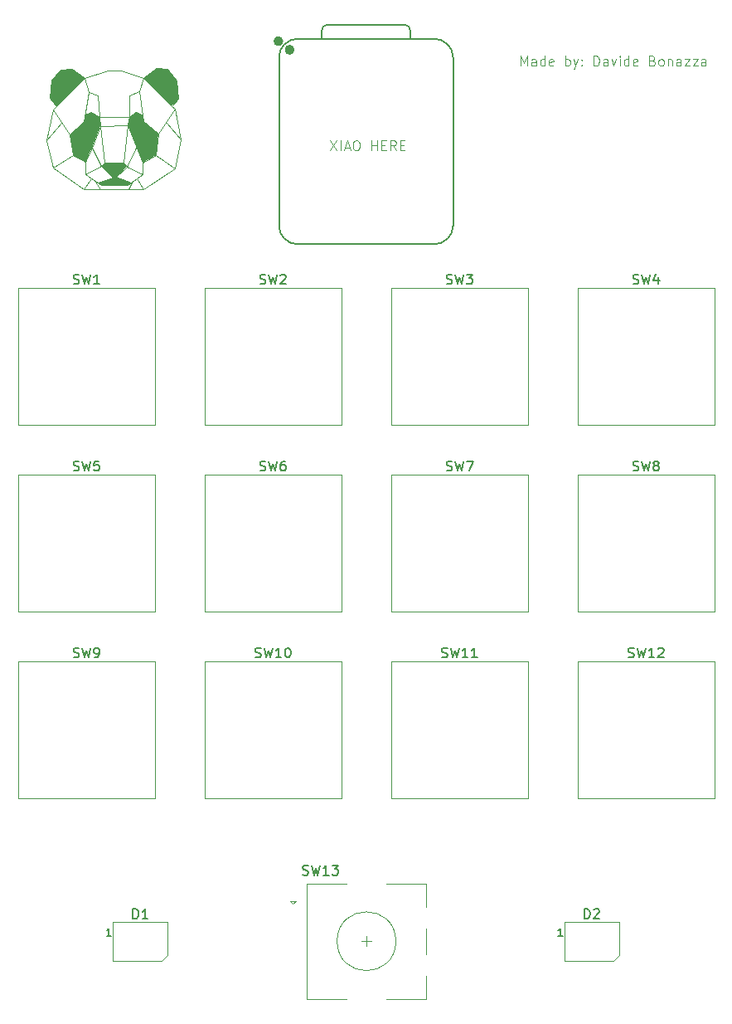
<source format=gbr>
%TF.GenerationSoftware,KiCad,Pcbnew,9.0.6*%
%TF.CreationDate,2025-11-30T21:38:08+01:00*%
%TF.ProjectId,Progetto1,50726f67-6574-4746-9f31-2e6b69636164,rev?*%
%TF.SameCoordinates,Original*%
%TF.FileFunction,Legend,Top*%
%TF.FilePolarity,Positive*%
%FSLAX46Y46*%
G04 Gerber Fmt 4.6, Leading zero omitted, Abs format (unit mm)*
G04 Created by KiCad (PCBNEW 9.0.6) date 2025-11-30 21:38:08*
%MOMM*%
%LPD*%
G01*
G04 APERTURE LIST*
%ADD10C,0.100000*%
%ADD11C,0.150000*%
%ADD12C,0.120000*%
%ADD13C,0.127000*%
%ADD14C,0.504000*%
G04 APERTURE END LIST*
D10*
X131910000Y-56300000D02*
X132020000Y-56950000D01*
X133550000Y-58220000D01*
X133290000Y-60370000D01*
X131930000Y-61140000D01*
X130380000Y-57370000D01*
X130580000Y-56480000D01*
X131270000Y-55980000D01*
X131910000Y-56300000D01*
G36*
X131910000Y-56300000D02*
G01*
X132020000Y-56950000D01*
X133550000Y-58220000D01*
X133290000Y-60370000D01*
X131930000Y-61140000D01*
X130380000Y-57370000D01*
X130580000Y-56480000D01*
X131270000Y-55980000D01*
X131910000Y-56300000D01*
G37*
X126680000Y-56010000D02*
X126080000Y-56250000D01*
X133390000Y-51500000D02*
X134440000Y-51600000D01*
X132040000Y-52490000D02*
X131570000Y-53910000D01*
X131930000Y-61140000D02*
X131930000Y-62340000D01*
X122590000Y-52790000D02*
X123560000Y-51670000D01*
X131910000Y-56300000D02*
X132020000Y-56950000D01*
X135210000Y-61720000D02*
X132040000Y-63900000D01*
X130580000Y-54310000D02*
X130580000Y-56480000D01*
X127670000Y-63440000D02*
X126070000Y-62370000D01*
X133290000Y-60370000D02*
X131930000Y-61140000D01*
X130380000Y-57370000D02*
X130000000Y-61180000D01*
X127660000Y-57400000D02*
X130380000Y-57370000D01*
X126070000Y-62370000D02*
X126070000Y-61070000D01*
X135260000Y-55690000D02*
X135870000Y-58820000D01*
X130000000Y-61180000D02*
X130330000Y-61560000D01*
X124780000Y-51550000D02*
X126020000Y-52480000D01*
X133290000Y-60370000D02*
X135210000Y-61720000D01*
X127520000Y-56480000D02*
X127660000Y-57400000D01*
X130330000Y-61560000D02*
X131930000Y-62340000D01*
X132020000Y-56950000D02*
X133550000Y-58220000D01*
X130330000Y-61560000D02*
X131290000Y-59600000D01*
X131910000Y-56300000D02*
X131570000Y-53910000D01*
X126070000Y-61070000D02*
X124820000Y-60360000D01*
X124820000Y-60360000D02*
X122820000Y-61660000D01*
X130380000Y-57370000D02*
X130580000Y-56480000D01*
X123560000Y-51670000D02*
X124780000Y-51550000D01*
X122820000Y-61660000D02*
X122150000Y-58870000D01*
X122150000Y-58870000D02*
X123645000Y-57110000D01*
X126430000Y-53920000D02*
X126020000Y-52480000D01*
X130380000Y-63440000D02*
X127670000Y-63440000D01*
X126800000Y-59670000D02*
X127670000Y-61480000D01*
X130580000Y-56480000D02*
X127520000Y-56480000D01*
X124820000Y-60360000D02*
X124450000Y-58240000D01*
X125940000Y-63900000D02*
X122820000Y-61660000D01*
X132040000Y-63900000D02*
X131370000Y-62750000D01*
X134440000Y-51600000D02*
X135440000Y-52730000D01*
X131270000Y-55980000D02*
X131910000Y-56300000D01*
X130580000Y-56480000D02*
X131270000Y-55980000D01*
X135870000Y-58820000D02*
X135210000Y-61720000D01*
X126800000Y-59670000D02*
X126070000Y-61070000D01*
X134870000Y-55360000D02*
X135260000Y-55690000D01*
X126020000Y-52480000D02*
X123130000Y-55410000D01*
X122150000Y-58870000D02*
X122840000Y-55750000D01*
X132040000Y-52490000D02*
X133390000Y-51500000D01*
X128350000Y-51750000D02*
X129760000Y-51750000D01*
X126070000Y-62370000D02*
X127670000Y-61480000D01*
X125940000Y-63900000D02*
X126660000Y-62780000D01*
X122450000Y-54550000D02*
X122590000Y-52790000D01*
X128040000Y-61180000D02*
X127670000Y-61480000D01*
X125950000Y-56970000D02*
X126430000Y-53920000D01*
X127660000Y-57400000D02*
X126800000Y-59670000D01*
X135610000Y-54640000D02*
X134870000Y-55360000D01*
X131570000Y-53910000D02*
X130580000Y-54310000D01*
X134870000Y-55360000D02*
X132040000Y-52490000D01*
X131930000Y-62340000D02*
X130380000Y-63440000D01*
X133550000Y-58220000D02*
X133290000Y-60370000D01*
X128040000Y-61180000D02*
X127660000Y-57400000D01*
X129240000Y-62630000D02*
X130330000Y-61560000D01*
X134440000Y-51600000D02*
X135440000Y-52730000D01*
X135610000Y-54640000D01*
X134870000Y-55360000D01*
X132040000Y-52490000D01*
X133390000Y-51500000D01*
X134440000Y-51600000D01*
G36*
X134440000Y-51600000D02*
G01*
X135440000Y-52730000D01*
X135610000Y-54640000D01*
X134870000Y-55360000D01*
X132040000Y-52490000D01*
X133390000Y-51500000D01*
X134440000Y-51600000D01*
G37*
X126020000Y-52480000D02*
X123130000Y-55410000D01*
X122450000Y-54550000D01*
X122590000Y-52790000D01*
X123560000Y-51670000D01*
X124780000Y-51550000D01*
X126020000Y-52480000D01*
G36*
X126020000Y-52480000D02*
G01*
X123130000Y-55410000D01*
X122450000Y-54550000D01*
X122590000Y-52790000D01*
X123560000Y-51670000D01*
X124780000Y-51550000D01*
X126020000Y-52480000D01*
G37*
X128890000Y-62640000D02*
X127340000Y-63220000D01*
X133550000Y-58220000D02*
X135260000Y-55690000D01*
X127390000Y-54310000D02*
X127520000Y-56480000D01*
X130330000Y-61560000D02*
X129240000Y-62630000D01*
X130720000Y-63200000D01*
X130380000Y-63440000D01*
X127670000Y-63440000D01*
X127370000Y-63220000D01*
X128890000Y-62640000D01*
X127670000Y-61480000D01*
X128040000Y-61180000D01*
X130000000Y-61180000D01*
X130330000Y-61560000D01*
G36*
X130330000Y-61560000D02*
G01*
X129240000Y-62630000D01*
X130720000Y-63200000D01*
X130380000Y-63440000D01*
X127670000Y-63440000D01*
X127370000Y-63220000D01*
X128890000Y-62640000D01*
X127670000Y-61480000D01*
X128040000Y-61180000D01*
X130000000Y-61180000D01*
X130330000Y-61560000D01*
G37*
X130000000Y-61180000D02*
X128040000Y-61180000D01*
X127670000Y-61480000D02*
X128890000Y-62640000D01*
X131930000Y-61140000D02*
X130380000Y-57370000D01*
X126020000Y-52480000D02*
X128350000Y-51750000D01*
X127600000Y-63900000D02*
X127090000Y-63060000D01*
X127520000Y-56480000D02*
X126680000Y-56010000D01*
X126430000Y-53920000D02*
X127390000Y-54310000D01*
X134405000Y-57050000D02*
X135870000Y-58820000D01*
X122840000Y-55750000D02*
X124450000Y-58240000D01*
X127520000Y-56480000D02*
X127660000Y-57400000D01*
X126800000Y-59670000D01*
X126070000Y-61070000D01*
X124820000Y-60360000D01*
X124450000Y-58240000D01*
X125950000Y-56970000D01*
X126080000Y-56250000D01*
X126680000Y-56010000D01*
X127520000Y-56480000D01*
G36*
X127520000Y-56480000D02*
G01*
X127660000Y-57400000D01*
X126800000Y-59670000D01*
X126070000Y-61070000D01*
X124820000Y-60360000D01*
X124450000Y-58240000D01*
X125950000Y-56970000D01*
X126080000Y-56250000D01*
X126680000Y-56010000D01*
X127520000Y-56480000D01*
G37*
X122840000Y-55750000D02*
X123130000Y-55410000D01*
X129760000Y-51750000D02*
X132040000Y-52490000D01*
X130720000Y-63200000D02*
X129240000Y-62630000D01*
X123130000Y-55410000D02*
X122450000Y-54550000D01*
X132040000Y-63900000D02*
X125940000Y-63900000D01*
X124450000Y-58240000D02*
X125950000Y-56970000D01*
X130520000Y-63900000D02*
X130960000Y-63030000D01*
X135610000Y-54640000D02*
X135440000Y-52730000D01*
X151106667Y-58893419D02*
X151773333Y-59893419D01*
X151773333Y-58893419D02*
X151106667Y-59893419D01*
X152154286Y-59893419D02*
X152154286Y-58893419D01*
X152582857Y-59607704D02*
X153059047Y-59607704D01*
X152487619Y-59893419D02*
X152820952Y-58893419D01*
X152820952Y-58893419D02*
X153154285Y-59893419D01*
X153678095Y-58893419D02*
X153868571Y-58893419D01*
X153868571Y-58893419D02*
X153963809Y-58941038D01*
X153963809Y-58941038D02*
X154059047Y-59036276D01*
X154059047Y-59036276D02*
X154106666Y-59226752D01*
X154106666Y-59226752D02*
X154106666Y-59560085D01*
X154106666Y-59560085D02*
X154059047Y-59750561D01*
X154059047Y-59750561D02*
X153963809Y-59845800D01*
X153963809Y-59845800D02*
X153868571Y-59893419D01*
X153868571Y-59893419D02*
X153678095Y-59893419D01*
X153678095Y-59893419D02*
X153582857Y-59845800D01*
X153582857Y-59845800D02*
X153487619Y-59750561D01*
X153487619Y-59750561D02*
X153440000Y-59560085D01*
X153440000Y-59560085D02*
X153440000Y-59226752D01*
X153440000Y-59226752D02*
X153487619Y-59036276D01*
X153487619Y-59036276D02*
X153582857Y-58941038D01*
X153582857Y-58941038D02*
X153678095Y-58893419D01*
X155297143Y-59893419D02*
X155297143Y-58893419D01*
X155297143Y-59369609D02*
X155868571Y-59369609D01*
X155868571Y-59893419D02*
X155868571Y-58893419D01*
X156344762Y-59369609D02*
X156678095Y-59369609D01*
X156820952Y-59893419D02*
X156344762Y-59893419D01*
X156344762Y-59893419D02*
X156344762Y-58893419D01*
X156344762Y-58893419D02*
X156820952Y-58893419D01*
X157820952Y-59893419D02*
X157487619Y-59417228D01*
X157249524Y-59893419D02*
X157249524Y-58893419D01*
X157249524Y-58893419D02*
X157630476Y-58893419D01*
X157630476Y-58893419D02*
X157725714Y-58941038D01*
X157725714Y-58941038D02*
X157773333Y-58988657D01*
X157773333Y-58988657D02*
X157820952Y-59083895D01*
X157820952Y-59083895D02*
X157820952Y-59226752D01*
X157820952Y-59226752D02*
X157773333Y-59321990D01*
X157773333Y-59321990D02*
X157725714Y-59369609D01*
X157725714Y-59369609D02*
X157630476Y-59417228D01*
X157630476Y-59417228D02*
X157249524Y-59417228D01*
X158249524Y-59369609D02*
X158582857Y-59369609D01*
X158725714Y-59893419D02*
X158249524Y-59893419D01*
X158249524Y-59893419D02*
X158249524Y-58893419D01*
X158249524Y-58893419D02*
X158725714Y-58893419D01*
X170547618Y-51267419D02*
X170547618Y-50267419D01*
X170547618Y-50267419D02*
X170880951Y-50981704D01*
X170880951Y-50981704D02*
X171214284Y-50267419D01*
X171214284Y-50267419D02*
X171214284Y-51267419D01*
X172119046Y-51267419D02*
X172119046Y-50743609D01*
X172119046Y-50743609D02*
X172071427Y-50648371D01*
X172071427Y-50648371D02*
X171976189Y-50600752D01*
X171976189Y-50600752D02*
X171785713Y-50600752D01*
X171785713Y-50600752D02*
X171690475Y-50648371D01*
X172119046Y-51219800D02*
X172023808Y-51267419D01*
X172023808Y-51267419D02*
X171785713Y-51267419D01*
X171785713Y-51267419D02*
X171690475Y-51219800D01*
X171690475Y-51219800D02*
X171642856Y-51124561D01*
X171642856Y-51124561D02*
X171642856Y-51029323D01*
X171642856Y-51029323D02*
X171690475Y-50934085D01*
X171690475Y-50934085D02*
X171785713Y-50886466D01*
X171785713Y-50886466D02*
X172023808Y-50886466D01*
X172023808Y-50886466D02*
X172119046Y-50838847D01*
X173023808Y-51267419D02*
X173023808Y-50267419D01*
X173023808Y-51219800D02*
X172928570Y-51267419D01*
X172928570Y-51267419D02*
X172738094Y-51267419D01*
X172738094Y-51267419D02*
X172642856Y-51219800D01*
X172642856Y-51219800D02*
X172595237Y-51172180D01*
X172595237Y-51172180D02*
X172547618Y-51076942D01*
X172547618Y-51076942D02*
X172547618Y-50791228D01*
X172547618Y-50791228D02*
X172595237Y-50695990D01*
X172595237Y-50695990D02*
X172642856Y-50648371D01*
X172642856Y-50648371D02*
X172738094Y-50600752D01*
X172738094Y-50600752D02*
X172928570Y-50600752D01*
X172928570Y-50600752D02*
X173023808Y-50648371D01*
X173880951Y-51219800D02*
X173785713Y-51267419D01*
X173785713Y-51267419D02*
X173595237Y-51267419D01*
X173595237Y-51267419D02*
X173499999Y-51219800D01*
X173499999Y-51219800D02*
X173452380Y-51124561D01*
X173452380Y-51124561D02*
X173452380Y-50743609D01*
X173452380Y-50743609D02*
X173499999Y-50648371D01*
X173499999Y-50648371D02*
X173595237Y-50600752D01*
X173595237Y-50600752D02*
X173785713Y-50600752D01*
X173785713Y-50600752D02*
X173880951Y-50648371D01*
X173880951Y-50648371D02*
X173928570Y-50743609D01*
X173928570Y-50743609D02*
X173928570Y-50838847D01*
X173928570Y-50838847D02*
X173452380Y-50934085D01*
X175119047Y-51267419D02*
X175119047Y-50267419D01*
X175119047Y-50648371D02*
X175214285Y-50600752D01*
X175214285Y-50600752D02*
X175404761Y-50600752D01*
X175404761Y-50600752D02*
X175499999Y-50648371D01*
X175499999Y-50648371D02*
X175547618Y-50695990D01*
X175547618Y-50695990D02*
X175595237Y-50791228D01*
X175595237Y-50791228D02*
X175595237Y-51076942D01*
X175595237Y-51076942D02*
X175547618Y-51172180D01*
X175547618Y-51172180D02*
X175499999Y-51219800D01*
X175499999Y-51219800D02*
X175404761Y-51267419D01*
X175404761Y-51267419D02*
X175214285Y-51267419D01*
X175214285Y-51267419D02*
X175119047Y-51219800D01*
X175928571Y-50600752D02*
X176166666Y-51267419D01*
X176404761Y-50600752D02*
X176166666Y-51267419D01*
X176166666Y-51267419D02*
X176071428Y-51505514D01*
X176071428Y-51505514D02*
X176023809Y-51553133D01*
X176023809Y-51553133D02*
X175928571Y-51600752D01*
X176785714Y-51172180D02*
X176833333Y-51219800D01*
X176833333Y-51219800D02*
X176785714Y-51267419D01*
X176785714Y-51267419D02*
X176738095Y-51219800D01*
X176738095Y-51219800D02*
X176785714Y-51172180D01*
X176785714Y-51172180D02*
X176785714Y-51267419D01*
X176785714Y-50648371D02*
X176833333Y-50695990D01*
X176833333Y-50695990D02*
X176785714Y-50743609D01*
X176785714Y-50743609D02*
X176738095Y-50695990D01*
X176738095Y-50695990D02*
X176785714Y-50648371D01*
X176785714Y-50648371D02*
X176785714Y-50743609D01*
X178023809Y-51267419D02*
X178023809Y-50267419D01*
X178023809Y-50267419D02*
X178261904Y-50267419D01*
X178261904Y-50267419D02*
X178404761Y-50315038D01*
X178404761Y-50315038D02*
X178499999Y-50410276D01*
X178499999Y-50410276D02*
X178547618Y-50505514D01*
X178547618Y-50505514D02*
X178595237Y-50695990D01*
X178595237Y-50695990D02*
X178595237Y-50838847D01*
X178595237Y-50838847D02*
X178547618Y-51029323D01*
X178547618Y-51029323D02*
X178499999Y-51124561D01*
X178499999Y-51124561D02*
X178404761Y-51219800D01*
X178404761Y-51219800D02*
X178261904Y-51267419D01*
X178261904Y-51267419D02*
X178023809Y-51267419D01*
X179452380Y-51267419D02*
X179452380Y-50743609D01*
X179452380Y-50743609D02*
X179404761Y-50648371D01*
X179404761Y-50648371D02*
X179309523Y-50600752D01*
X179309523Y-50600752D02*
X179119047Y-50600752D01*
X179119047Y-50600752D02*
X179023809Y-50648371D01*
X179452380Y-51219800D02*
X179357142Y-51267419D01*
X179357142Y-51267419D02*
X179119047Y-51267419D01*
X179119047Y-51267419D02*
X179023809Y-51219800D01*
X179023809Y-51219800D02*
X178976190Y-51124561D01*
X178976190Y-51124561D02*
X178976190Y-51029323D01*
X178976190Y-51029323D02*
X179023809Y-50934085D01*
X179023809Y-50934085D02*
X179119047Y-50886466D01*
X179119047Y-50886466D02*
X179357142Y-50886466D01*
X179357142Y-50886466D02*
X179452380Y-50838847D01*
X179833333Y-50600752D02*
X180071428Y-51267419D01*
X180071428Y-51267419D02*
X180309523Y-50600752D01*
X180690476Y-51267419D02*
X180690476Y-50600752D01*
X180690476Y-50267419D02*
X180642857Y-50315038D01*
X180642857Y-50315038D02*
X180690476Y-50362657D01*
X180690476Y-50362657D02*
X180738095Y-50315038D01*
X180738095Y-50315038D02*
X180690476Y-50267419D01*
X180690476Y-50267419D02*
X180690476Y-50362657D01*
X181595237Y-51267419D02*
X181595237Y-50267419D01*
X181595237Y-51219800D02*
X181499999Y-51267419D01*
X181499999Y-51267419D02*
X181309523Y-51267419D01*
X181309523Y-51267419D02*
X181214285Y-51219800D01*
X181214285Y-51219800D02*
X181166666Y-51172180D01*
X181166666Y-51172180D02*
X181119047Y-51076942D01*
X181119047Y-51076942D02*
X181119047Y-50791228D01*
X181119047Y-50791228D02*
X181166666Y-50695990D01*
X181166666Y-50695990D02*
X181214285Y-50648371D01*
X181214285Y-50648371D02*
X181309523Y-50600752D01*
X181309523Y-50600752D02*
X181499999Y-50600752D01*
X181499999Y-50600752D02*
X181595237Y-50648371D01*
X182452380Y-51219800D02*
X182357142Y-51267419D01*
X182357142Y-51267419D02*
X182166666Y-51267419D01*
X182166666Y-51267419D02*
X182071428Y-51219800D01*
X182071428Y-51219800D02*
X182023809Y-51124561D01*
X182023809Y-51124561D02*
X182023809Y-50743609D01*
X182023809Y-50743609D02*
X182071428Y-50648371D01*
X182071428Y-50648371D02*
X182166666Y-50600752D01*
X182166666Y-50600752D02*
X182357142Y-50600752D01*
X182357142Y-50600752D02*
X182452380Y-50648371D01*
X182452380Y-50648371D02*
X182499999Y-50743609D01*
X182499999Y-50743609D02*
X182499999Y-50838847D01*
X182499999Y-50838847D02*
X182023809Y-50934085D01*
X184023809Y-50743609D02*
X184166666Y-50791228D01*
X184166666Y-50791228D02*
X184214285Y-50838847D01*
X184214285Y-50838847D02*
X184261904Y-50934085D01*
X184261904Y-50934085D02*
X184261904Y-51076942D01*
X184261904Y-51076942D02*
X184214285Y-51172180D01*
X184214285Y-51172180D02*
X184166666Y-51219800D01*
X184166666Y-51219800D02*
X184071428Y-51267419D01*
X184071428Y-51267419D02*
X183690476Y-51267419D01*
X183690476Y-51267419D02*
X183690476Y-50267419D01*
X183690476Y-50267419D02*
X184023809Y-50267419D01*
X184023809Y-50267419D02*
X184119047Y-50315038D01*
X184119047Y-50315038D02*
X184166666Y-50362657D01*
X184166666Y-50362657D02*
X184214285Y-50457895D01*
X184214285Y-50457895D02*
X184214285Y-50553133D01*
X184214285Y-50553133D02*
X184166666Y-50648371D01*
X184166666Y-50648371D02*
X184119047Y-50695990D01*
X184119047Y-50695990D02*
X184023809Y-50743609D01*
X184023809Y-50743609D02*
X183690476Y-50743609D01*
X184833333Y-51267419D02*
X184738095Y-51219800D01*
X184738095Y-51219800D02*
X184690476Y-51172180D01*
X184690476Y-51172180D02*
X184642857Y-51076942D01*
X184642857Y-51076942D02*
X184642857Y-50791228D01*
X184642857Y-50791228D02*
X184690476Y-50695990D01*
X184690476Y-50695990D02*
X184738095Y-50648371D01*
X184738095Y-50648371D02*
X184833333Y-50600752D01*
X184833333Y-50600752D02*
X184976190Y-50600752D01*
X184976190Y-50600752D02*
X185071428Y-50648371D01*
X185071428Y-50648371D02*
X185119047Y-50695990D01*
X185119047Y-50695990D02*
X185166666Y-50791228D01*
X185166666Y-50791228D02*
X185166666Y-51076942D01*
X185166666Y-51076942D02*
X185119047Y-51172180D01*
X185119047Y-51172180D02*
X185071428Y-51219800D01*
X185071428Y-51219800D02*
X184976190Y-51267419D01*
X184976190Y-51267419D02*
X184833333Y-51267419D01*
X185595238Y-50600752D02*
X185595238Y-51267419D01*
X185595238Y-50695990D02*
X185642857Y-50648371D01*
X185642857Y-50648371D02*
X185738095Y-50600752D01*
X185738095Y-50600752D02*
X185880952Y-50600752D01*
X185880952Y-50600752D02*
X185976190Y-50648371D01*
X185976190Y-50648371D02*
X186023809Y-50743609D01*
X186023809Y-50743609D02*
X186023809Y-51267419D01*
X186928571Y-51267419D02*
X186928571Y-50743609D01*
X186928571Y-50743609D02*
X186880952Y-50648371D01*
X186880952Y-50648371D02*
X186785714Y-50600752D01*
X186785714Y-50600752D02*
X186595238Y-50600752D01*
X186595238Y-50600752D02*
X186500000Y-50648371D01*
X186928571Y-51219800D02*
X186833333Y-51267419D01*
X186833333Y-51267419D02*
X186595238Y-51267419D01*
X186595238Y-51267419D02*
X186500000Y-51219800D01*
X186500000Y-51219800D02*
X186452381Y-51124561D01*
X186452381Y-51124561D02*
X186452381Y-51029323D01*
X186452381Y-51029323D02*
X186500000Y-50934085D01*
X186500000Y-50934085D02*
X186595238Y-50886466D01*
X186595238Y-50886466D02*
X186833333Y-50886466D01*
X186833333Y-50886466D02*
X186928571Y-50838847D01*
X187309524Y-50600752D02*
X187833333Y-50600752D01*
X187833333Y-50600752D02*
X187309524Y-51267419D01*
X187309524Y-51267419D02*
X187833333Y-51267419D01*
X188119048Y-50600752D02*
X188642857Y-50600752D01*
X188642857Y-50600752D02*
X188119048Y-51267419D01*
X188119048Y-51267419D02*
X188642857Y-51267419D01*
X189452381Y-51267419D02*
X189452381Y-50743609D01*
X189452381Y-50743609D02*
X189404762Y-50648371D01*
X189404762Y-50648371D02*
X189309524Y-50600752D01*
X189309524Y-50600752D02*
X189119048Y-50600752D01*
X189119048Y-50600752D02*
X189023810Y-50648371D01*
X189452381Y-51219800D02*
X189357143Y-51267419D01*
X189357143Y-51267419D02*
X189119048Y-51267419D01*
X189119048Y-51267419D02*
X189023810Y-51219800D01*
X189023810Y-51219800D02*
X188976191Y-51124561D01*
X188976191Y-51124561D02*
X188976191Y-51029323D01*
X188976191Y-51029323D02*
X189023810Y-50934085D01*
X189023810Y-50934085D02*
X189119048Y-50886466D01*
X189119048Y-50886466D02*
X189357143Y-50886466D01*
X189357143Y-50886466D02*
X189452381Y-50838847D01*
D11*
X162496726Y-111595700D02*
X162639583Y-111643319D01*
X162639583Y-111643319D02*
X162877678Y-111643319D01*
X162877678Y-111643319D02*
X162972916Y-111595700D01*
X162972916Y-111595700D02*
X163020535Y-111548080D01*
X163020535Y-111548080D02*
X163068154Y-111452842D01*
X163068154Y-111452842D02*
X163068154Y-111357604D01*
X163068154Y-111357604D02*
X163020535Y-111262366D01*
X163020535Y-111262366D02*
X162972916Y-111214747D01*
X162972916Y-111214747D02*
X162877678Y-111167128D01*
X162877678Y-111167128D02*
X162687202Y-111119509D01*
X162687202Y-111119509D02*
X162591964Y-111071890D01*
X162591964Y-111071890D02*
X162544345Y-111024271D01*
X162544345Y-111024271D02*
X162496726Y-110929033D01*
X162496726Y-110929033D02*
X162496726Y-110833795D01*
X162496726Y-110833795D02*
X162544345Y-110738557D01*
X162544345Y-110738557D02*
X162591964Y-110690938D01*
X162591964Y-110690938D02*
X162687202Y-110643319D01*
X162687202Y-110643319D02*
X162925297Y-110643319D01*
X162925297Y-110643319D02*
X163068154Y-110690938D01*
X163401488Y-110643319D02*
X163639583Y-111643319D01*
X163639583Y-111643319D02*
X163830059Y-110929033D01*
X163830059Y-110929033D02*
X164020535Y-111643319D01*
X164020535Y-111643319D02*
X164258631Y-110643319D01*
X165163392Y-111643319D02*
X164591964Y-111643319D01*
X164877678Y-111643319D02*
X164877678Y-110643319D01*
X164877678Y-110643319D02*
X164782440Y-110786176D01*
X164782440Y-110786176D02*
X164687202Y-110881414D01*
X164687202Y-110881414D02*
X164591964Y-110929033D01*
X166115773Y-111643319D02*
X165544345Y-111643319D01*
X165830059Y-111643319D02*
X165830059Y-110643319D01*
X165830059Y-110643319D02*
X165734821Y-110786176D01*
X165734821Y-110786176D02*
X165639583Y-110881414D01*
X165639583Y-110881414D02*
X165544345Y-110929033D01*
X124872917Y-73495700D02*
X125015774Y-73543319D01*
X125015774Y-73543319D02*
X125253869Y-73543319D01*
X125253869Y-73543319D02*
X125349107Y-73495700D01*
X125349107Y-73495700D02*
X125396726Y-73448080D01*
X125396726Y-73448080D02*
X125444345Y-73352842D01*
X125444345Y-73352842D02*
X125444345Y-73257604D01*
X125444345Y-73257604D02*
X125396726Y-73162366D01*
X125396726Y-73162366D02*
X125349107Y-73114747D01*
X125349107Y-73114747D02*
X125253869Y-73067128D01*
X125253869Y-73067128D02*
X125063393Y-73019509D01*
X125063393Y-73019509D02*
X124968155Y-72971890D01*
X124968155Y-72971890D02*
X124920536Y-72924271D01*
X124920536Y-72924271D02*
X124872917Y-72829033D01*
X124872917Y-72829033D02*
X124872917Y-72733795D01*
X124872917Y-72733795D02*
X124920536Y-72638557D01*
X124920536Y-72638557D02*
X124968155Y-72590938D01*
X124968155Y-72590938D02*
X125063393Y-72543319D01*
X125063393Y-72543319D02*
X125301488Y-72543319D01*
X125301488Y-72543319D02*
X125444345Y-72590938D01*
X125777679Y-72543319D02*
X126015774Y-73543319D01*
X126015774Y-73543319D02*
X126206250Y-72829033D01*
X126206250Y-72829033D02*
X126396726Y-73543319D01*
X126396726Y-73543319D02*
X126634822Y-72543319D01*
X127539583Y-73543319D02*
X126968155Y-73543319D01*
X127253869Y-73543319D02*
X127253869Y-72543319D01*
X127253869Y-72543319D02*
X127158631Y-72686176D01*
X127158631Y-72686176D02*
X127063393Y-72781414D01*
X127063393Y-72781414D02*
X126968155Y-72829033D01*
X143922917Y-92545700D02*
X144065774Y-92593319D01*
X144065774Y-92593319D02*
X144303869Y-92593319D01*
X144303869Y-92593319D02*
X144399107Y-92545700D01*
X144399107Y-92545700D02*
X144446726Y-92498080D01*
X144446726Y-92498080D02*
X144494345Y-92402842D01*
X144494345Y-92402842D02*
X144494345Y-92307604D01*
X144494345Y-92307604D02*
X144446726Y-92212366D01*
X144446726Y-92212366D02*
X144399107Y-92164747D01*
X144399107Y-92164747D02*
X144303869Y-92117128D01*
X144303869Y-92117128D02*
X144113393Y-92069509D01*
X144113393Y-92069509D02*
X144018155Y-92021890D01*
X144018155Y-92021890D02*
X143970536Y-91974271D01*
X143970536Y-91974271D02*
X143922917Y-91879033D01*
X143922917Y-91879033D02*
X143922917Y-91783795D01*
X143922917Y-91783795D02*
X143970536Y-91688557D01*
X143970536Y-91688557D02*
X144018155Y-91640938D01*
X144018155Y-91640938D02*
X144113393Y-91593319D01*
X144113393Y-91593319D02*
X144351488Y-91593319D01*
X144351488Y-91593319D02*
X144494345Y-91640938D01*
X144827679Y-91593319D02*
X145065774Y-92593319D01*
X145065774Y-92593319D02*
X145256250Y-91879033D01*
X145256250Y-91879033D02*
X145446726Y-92593319D01*
X145446726Y-92593319D02*
X145684822Y-91593319D01*
X146494345Y-91593319D02*
X146303869Y-91593319D01*
X146303869Y-91593319D02*
X146208631Y-91640938D01*
X146208631Y-91640938D02*
X146161012Y-91688557D01*
X146161012Y-91688557D02*
X146065774Y-91831414D01*
X146065774Y-91831414D02*
X146018155Y-92021890D01*
X146018155Y-92021890D02*
X146018155Y-92402842D01*
X146018155Y-92402842D02*
X146065774Y-92498080D01*
X146065774Y-92498080D02*
X146113393Y-92545700D01*
X146113393Y-92545700D02*
X146208631Y-92593319D01*
X146208631Y-92593319D02*
X146399107Y-92593319D01*
X146399107Y-92593319D02*
X146494345Y-92545700D01*
X146494345Y-92545700D02*
X146541964Y-92498080D01*
X146541964Y-92498080D02*
X146589583Y-92402842D01*
X146589583Y-92402842D02*
X146589583Y-92164747D01*
X146589583Y-92164747D02*
X146541964Y-92069509D01*
X146541964Y-92069509D02*
X146494345Y-92021890D01*
X146494345Y-92021890D02*
X146399107Y-91974271D01*
X146399107Y-91974271D02*
X146208631Y-91974271D01*
X146208631Y-91974271D02*
X146113393Y-92021890D01*
X146113393Y-92021890D02*
X146065774Y-92069509D01*
X146065774Y-92069509D02*
X146018155Y-92164747D01*
X148299476Y-133796200D02*
X148442333Y-133843819D01*
X148442333Y-133843819D02*
X148680428Y-133843819D01*
X148680428Y-133843819D02*
X148775666Y-133796200D01*
X148775666Y-133796200D02*
X148823285Y-133748580D01*
X148823285Y-133748580D02*
X148870904Y-133653342D01*
X148870904Y-133653342D02*
X148870904Y-133558104D01*
X148870904Y-133558104D02*
X148823285Y-133462866D01*
X148823285Y-133462866D02*
X148775666Y-133415247D01*
X148775666Y-133415247D02*
X148680428Y-133367628D01*
X148680428Y-133367628D02*
X148489952Y-133320009D01*
X148489952Y-133320009D02*
X148394714Y-133272390D01*
X148394714Y-133272390D02*
X148347095Y-133224771D01*
X148347095Y-133224771D02*
X148299476Y-133129533D01*
X148299476Y-133129533D02*
X148299476Y-133034295D01*
X148299476Y-133034295D02*
X148347095Y-132939057D01*
X148347095Y-132939057D02*
X148394714Y-132891438D01*
X148394714Y-132891438D02*
X148489952Y-132843819D01*
X148489952Y-132843819D02*
X148728047Y-132843819D01*
X148728047Y-132843819D02*
X148870904Y-132891438D01*
X149204238Y-132843819D02*
X149442333Y-133843819D01*
X149442333Y-133843819D02*
X149632809Y-133129533D01*
X149632809Y-133129533D02*
X149823285Y-133843819D01*
X149823285Y-133843819D02*
X150061381Y-132843819D01*
X150966142Y-133843819D02*
X150394714Y-133843819D01*
X150680428Y-133843819D02*
X150680428Y-132843819D01*
X150680428Y-132843819D02*
X150585190Y-132986676D01*
X150585190Y-132986676D02*
X150489952Y-133081914D01*
X150489952Y-133081914D02*
X150394714Y-133129533D01*
X151299476Y-132843819D02*
X151918523Y-132843819D01*
X151918523Y-132843819D02*
X151585190Y-133224771D01*
X151585190Y-133224771D02*
X151728047Y-133224771D01*
X151728047Y-133224771D02*
X151823285Y-133272390D01*
X151823285Y-133272390D02*
X151870904Y-133320009D01*
X151870904Y-133320009D02*
X151918523Y-133415247D01*
X151918523Y-133415247D02*
X151918523Y-133653342D01*
X151918523Y-133653342D02*
X151870904Y-133748580D01*
X151870904Y-133748580D02*
X151823285Y-133796200D01*
X151823285Y-133796200D02*
X151728047Y-133843819D01*
X151728047Y-133843819D02*
X151442333Y-133843819D01*
X151442333Y-133843819D02*
X151347095Y-133796200D01*
X151347095Y-133796200D02*
X151299476Y-133748580D01*
X130960905Y-138293819D02*
X130960905Y-137293819D01*
X130960905Y-137293819D02*
X131199000Y-137293819D01*
X131199000Y-137293819D02*
X131341857Y-137341438D01*
X131341857Y-137341438D02*
X131437095Y-137436676D01*
X131437095Y-137436676D02*
X131484714Y-137531914D01*
X131484714Y-137531914D02*
X131532333Y-137722390D01*
X131532333Y-137722390D02*
X131532333Y-137865247D01*
X131532333Y-137865247D02*
X131484714Y-138055723D01*
X131484714Y-138055723D02*
X131437095Y-138150961D01*
X131437095Y-138150961D02*
X131341857Y-138246200D01*
X131341857Y-138246200D02*
X131199000Y-138293819D01*
X131199000Y-138293819D02*
X130960905Y-138293819D01*
X132484714Y-138293819D02*
X131913286Y-138293819D01*
X132199000Y-138293819D02*
X132199000Y-137293819D01*
X132199000Y-137293819D02*
X132103762Y-137436676D01*
X132103762Y-137436676D02*
X132008524Y-137531914D01*
X132008524Y-137531914D02*
X131913286Y-137579533D01*
X128727571Y-140076295D02*
X128270428Y-140076295D01*
X128499000Y-140076295D02*
X128499000Y-139276295D01*
X128499000Y-139276295D02*
X128422809Y-139390580D01*
X128422809Y-139390580D02*
X128346619Y-139466771D01*
X128346619Y-139466771D02*
X128270428Y-139504866D01*
X143446726Y-111595700D02*
X143589583Y-111643319D01*
X143589583Y-111643319D02*
X143827678Y-111643319D01*
X143827678Y-111643319D02*
X143922916Y-111595700D01*
X143922916Y-111595700D02*
X143970535Y-111548080D01*
X143970535Y-111548080D02*
X144018154Y-111452842D01*
X144018154Y-111452842D02*
X144018154Y-111357604D01*
X144018154Y-111357604D02*
X143970535Y-111262366D01*
X143970535Y-111262366D02*
X143922916Y-111214747D01*
X143922916Y-111214747D02*
X143827678Y-111167128D01*
X143827678Y-111167128D02*
X143637202Y-111119509D01*
X143637202Y-111119509D02*
X143541964Y-111071890D01*
X143541964Y-111071890D02*
X143494345Y-111024271D01*
X143494345Y-111024271D02*
X143446726Y-110929033D01*
X143446726Y-110929033D02*
X143446726Y-110833795D01*
X143446726Y-110833795D02*
X143494345Y-110738557D01*
X143494345Y-110738557D02*
X143541964Y-110690938D01*
X143541964Y-110690938D02*
X143637202Y-110643319D01*
X143637202Y-110643319D02*
X143875297Y-110643319D01*
X143875297Y-110643319D02*
X144018154Y-110690938D01*
X144351488Y-110643319D02*
X144589583Y-111643319D01*
X144589583Y-111643319D02*
X144780059Y-110929033D01*
X144780059Y-110929033D02*
X144970535Y-111643319D01*
X144970535Y-111643319D02*
X145208631Y-110643319D01*
X146113392Y-111643319D02*
X145541964Y-111643319D01*
X145827678Y-111643319D02*
X145827678Y-110643319D01*
X145827678Y-110643319D02*
X145732440Y-110786176D01*
X145732440Y-110786176D02*
X145637202Y-110881414D01*
X145637202Y-110881414D02*
X145541964Y-110929033D01*
X146732440Y-110643319D02*
X146827678Y-110643319D01*
X146827678Y-110643319D02*
X146922916Y-110690938D01*
X146922916Y-110690938D02*
X146970535Y-110738557D01*
X146970535Y-110738557D02*
X147018154Y-110833795D01*
X147018154Y-110833795D02*
X147065773Y-111024271D01*
X147065773Y-111024271D02*
X147065773Y-111262366D01*
X147065773Y-111262366D02*
X147018154Y-111452842D01*
X147018154Y-111452842D02*
X146970535Y-111548080D01*
X146970535Y-111548080D02*
X146922916Y-111595700D01*
X146922916Y-111595700D02*
X146827678Y-111643319D01*
X146827678Y-111643319D02*
X146732440Y-111643319D01*
X146732440Y-111643319D02*
X146637202Y-111595700D01*
X146637202Y-111595700D02*
X146589583Y-111548080D01*
X146589583Y-111548080D02*
X146541964Y-111452842D01*
X146541964Y-111452842D02*
X146494345Y-111262366D01*
X146494345Y-111262366D02*
X146494345Y-111024271D01*
X146494345Y-111024271D02*
X146541964Y-110833795D01*
X146541964Y-110833795D02*
X146589583Y-110738557D01*
X146589583Y-110738557D02*
X146637202Y-110690938D01*
X146637202Y-110690938D02*
X146732440Y-110643319D01*
X177061905Y-138293819D02*
X177061905Y-137293819D01*
X177061905Y-137293819D02*
X177300000Y-137293819D01*
X177300000Y-137293819D02*
X177442857Y-137341438D01*
X177442857Y-137341438D02*
X177538095Y-137436676D01*
X177538095Y-137436676D02*
X177585714Y-137531914D01*
X177585714Y-137531914D02*
X177633333Y-137722390D01*
X177633333Y-137722390D02*
X177633333Y-137865247D01*
X177633333Y-137865247D02*
X177585714Y-138055723D01*
X177585714Y-138055723D02*
X177538095Y-138150961D01*
X177538095Y-138150961D02*
X177442857Y-138246200D01*
X177442857Y-138246200D02*
X177300000Y-138293819D01*
X177300000Y-138293819D02*
X177061905Y-138293819D01*
X178014286Y-137389057D02*
X178061905Y-137341438D01*
X178061905Y-137341438D02*
X178157143Y-137293819D01*
X178157143Y-137293819D02*
X178395238Y-137293819D01*
X178395238Y-137293819D02*
X178490476Y-137341438D01*
X178490476Y-137341438D02*
X178538095Y-137389057D01*
X178538095Y-137389057D02*
X178585714Y-137484295D01*
X178585714Y-137484295D02*
X178585714Y-137579533D01*
X178585714Y-137579533D02*
X178538095Y-137722390D01*
X178538095Y-137722390D02*
X177966667Y-138293819D01*
X177966667Y-138293819D02*
X178585714Y-138293819D01*
X174828571Y-140076295D02*
X174371428Y-140076295D01*
X174600000Y-140076295D02*
X174600000Y-139276295D01*
X174600000Y-139276295D02*
X174523809Y-139390580D01*
X174523809Y-139390580D02*
X174447619Y-139466771D01*
X174447619Y-139466771D02*
X174371428Y-139504866D01*
X124872917Y-111595700D02*
X125015774Y-111643319D01*
X125015774Y-111643319D02*
X125253869Y-111643319D01*
X125253869Y-111643319D02*
X125349107Y-111595700D01*
X125349107Y-111595700D02*
X125396726Y-111548080D01*
X125396726Y-111548080D02*
X125444345Y-111452842D01*
X125444345Y-111452842D02*
X125444345Y-111357604D01*
X125444345Y-111357604D02*
X125396726Y-111262366D01*
X125396726Y-111262366D02*
X125349107Y-111214747D01*
X125349107Y-111214747D02*
X125253869Y-111167128D01*
X125253869Y-111167128D02*
X125063393Y-111119509D01*
X125063393Y-111119509D02*
X124968155Y-111071890D01*
X124968155Y-111071890D02*
X124920536Y-111024271D01*
X124920536Y-111024271D02*
X124872917Y-110929033D01*
X124872917Y-110929033D02*
X124872917Y-110833795D01*
X124872917Y-110833795D02*
X124920536Y-110738557D01*
X124920536Y-110738557D02*
X124968155Y-110690938D01*
X124968155Y-110690938D02*
X125063393Y-110643319D01*
X125063393Y-110643319D02*
X125301488Y-110643319D01*
X125301488Y-110643319D02*
X125444345Y-110690938D01*
X125777679Y-110643319D02*
X126015774Y-111643319D01*
X126015774Y-111643319D02*
X126206250Y-110929033D01*
X126206250Y-110929033D02*
X126396726Y-111643319D01*
X126396726Y-111643319D02*
X126634822Y-110643319D01*
X127063393Y-111643319D02*
X127253869Y-111643319D01*
X127253869Y-111643319D02*
X127349107Y-111595700D01*
X127349107Y-111595700D02*
X127396726Y-111548080D01*
X127396726Y-111548080D02*
X127491964Y-111405223D01*
X127491964Y-111405223D02*
X127539583Y-111214747D01*
X127539583Y-111214747D02*
X127539583Y-110833795D01*
X127539583Y-110833795D02*
X127491964Y-110738557D01*
X127491964Y-110738557D02*
X127444345Y-110690938D01*
X127444345Y-110690938D02*
X127349107Y-110643319D01*
X127349107Y-110643319D02*
X127158631Y-110643319D01*
X127158631Y-110643319D02*
X127063393Y-110690938D01*
X127063393Y-110690938D02*
X127015774Y-110738557D01*
X127015774Y-110738557D02*
X126968155Y-110833795D01*
X126968155Y-110833795D02*
X126968155Y-111071890D01*
X126968155Y-111071890D02*
X127015774Y-111167128D01*
X127015774Y-111167128D02*
X127063393Y-111214747D01*
X127063393Y-111214747D02*
X127158631Y-111262366D01*
X127158631Y-111262366D02*
X127349107Y-111262366D01*
X127349107Y-111262366D02*
X127444345Y-111214747D01*
X127444345Y-111214747D02*
X127491964Y-111167128D01*
X127491964Y-111167128D02*
X127539583Y-111071890D01*
X162972917Y-73495700D02*
X163115774Y-73543319D01*
X163115774Y-73543319D02*
X163353869Y-73543319D01*
X163353869Y-73543319D02*
X163449107Y-73495700D01*
X163449107Y-73495700D02*
X163496726Y-73448080D01*
X163496726Y-73448080D02*
X163544345Y-73352842D01*
X163544345Y-73352842D02*
X163544345Y-73257604D01*
X163544345Y-73257604D02*
X163496726Y-73162366D01*
X163496726Y-73162366D02*
X163449107Y-73114747D01*
X163449107Y-73114747D02*
X163353869Y-73067128D01*
X163353869Y-73067128D02*
X163163393Y-73019509D01*
X163163393Y-73019509D02*
X163068155Y-72971890D01*
X163068155Y-72971890D02*
X163020536Y-72924271D01*
X163020536Y-72924271D02*
X162972917Y-72829033D01*
X162972917Y-72829033D02*
X162972917Y-72733795D01*
X162972917Y-72733795D02*
X163020536Y-72638557D01*
X163020536Y-72638557D02*
X163068155Y-72590938D01*
X163068155Y-72590938D02*
X163163393Y-72543319D01*
X163163393Y-72543319D02*
X163401488Y-72543319D01*
X163401488Y-72543319D02*
X163544345Y-72590938D01*
X163877679Y-72543319D02*
X164115774Y-73543319D01*
X164115774Y-73543319D02*
X164306250Y-72829033D01*
X164306250Y-72829033D02*
X164496726Y-73543319D01*
X164496726Y-73543319D02*
X164734822Y-72543319D01*
X165020536Y-72543319D02*
X165639583Y-72543319D01*
X165639583Y-72543319D02*
X165306250Y-72924271D01*
X165306250Y-72924271D02*
X165449107Y-72924271D01*
X165449107Y-72924271D02*
X165544345Y-72971890D01*
X165544345Y-72971890D02*
X165591964Y-73019509D01*
X165591964Y-73019509D02*
X165639583Y-73114747D01*
X165639583Y-73114747D02*
X165639583Y-73352842D01*
X165639583Y-73352842D02*
X165591964Y-73448080D01*
X165591964Y-73448080D02*
X165544345Y-73495700D01*
X165544345Y-73495700D02*
X165449107Y-73543319D01*
X165449107Y-73543319D02*
X165163393Y-73543319D01*
X165163393Y-73543319D02*
X165068155Y-73495700D01*
X165068155Y-73495700D02*
X165020536Y-73448080D01*
X181546726Y-111595700D02*
X181689583Y-111643319D01*
X181689583Y-111643319D02*
X181927678Y-111643319D01*
X181927678Y-111643319D02*
X182022916Y-111595700D01*
X182022916Y-111595700D02*
X182070535Y-111548080D01*
X182070535Y-111548080D02*
X182118154Y-111452842D01*
X182118154Y-111452842D02*
X182118154Y-111357604D01*
X182118154Y-111357604D02*
X182070535Y-111262366D01*
X182070535Y-111262366D02*
X182022916Y-111214747D01*
X182022916Y-111214747D02*
X181927678Y-111167128D01*
X181927678Y-111167128D02*
X181737202Y-111119509D01*
X181737202Y-111119509D02*
X181641964Y-111071890D01*
X181641964Y-111071890D02*
X181594345Y-111024271D01*
X181594345Y-111024271D02*
X181546726Y-110929033D01*
X181546726Y-110929033D02*
X181546726Y-110833795D01*
X181546726Y-110833795D02*
X181594345Y-110738557D01*
X181594345Y-110738557D02*
X181641964Y-110690938D01*
X181641964Y-110690938D02*
X181737202Y-110643319D01*
X181737202Y-110643319D02*
X181975297Y-110643319D01*
X181975297Y-110643319D02*
X182118154Y-110690938D01*
X182451488Y-110643319D02*
X182689583Y-111643319D01*
X182689583Y-111643319D02*
X182880059Y-110929033D01*
X182880059Y-110929033D02*
X183070535Y-111643319D01*
X183070535Y-111643319D02*
X183308631Y-110643319D01*
X184213392Y-111643319D02*
X183641964Y-111643319D01*
X183927678Y-111643319D02*
X183927678Y-110643319D01*
X183927678Y-110643319D02*
X183832440Y-110786176D01*
X183832440Y-110786176D02*
X183737202Y-110881414D01*
X183737202Y-110881414D02*
X183641964Y-110929033D01*
X184594345Y-110738557D02*
X184641964Y-110690938D01*
X184641964Y-110690938D02*
X184737202Y-110643319D01*
X184737202Y-110643319D02*
X184975297Y-110643319D01*
X184975297Y-110643319D02*
X185070535Y-110690938D01*
X185070535Y-110690938D02*
X185118154Y-110738557D01*
X185118154Y-110738557D02*
X185165773Y-110833795D01*
X185165773Y-110833795D02*
X185165773Y-110929033D01*
X185165773Y-110929033D02*
X185118154Y-111071890D01*
X185118154Y-111071890D02*
X184546726Y-111643319D01*
X184546726Y-111643319D02*
X185165773Y-111643319D01*
X182022917Y-92545700D02*
X182165774Y-92593319D01*
X182165774Y-92593319D02*
X182403869Y-92593319D01*
X182403869Y-92593319D02*
X182499107Y-92545700D01*
X182499107Y-92545700D02*
X182546726Y-92498080D01*
X182546726Y-92498080D02*
X182594345Y-92402842D01*
X182594345Y-92402842D02*
X182594345Y-92307604D01*
X182594345Y-92307604D02*
X182546726Y-92212366D01*
X182546726Y-92212366D02*
X182499107Y-92164747D01*
X182499107Y-92164747D02*
X182403869Y-92117128D01*
X182403869Y-92117128D02*
X182213393Y-92069509D01*
X182213393Y-92069509D02*
X182118155Y-92021890D01*
X182118155Y-92021890D02*
X182070536Y-91974271D01*
X182070536Y-91974271D02*
X182022917Y-91879033D01*
X182022917Y-91879033D02*
X182022917Y-91783795D01*
X182022917Y-91783795D02*
X182070536Y-91688557D01*
X182070536Y-91688557D02*
X182118155Y-91640938D01*
X182118155Y-91640938D02*
X182213393Y-91593319D01*
X182213393Y-91593319D02*
X182451488Y-91593319D01*
X182451488Y-91593319D02*
X182594345Y-91640938D01*
X182927679Y-91593319D02*
X183165774Y-92593319D01*
X183165774Y-92593319D02*
X183356250Y-91879033D01*
X183356250Y-91879033D02*
X183546726Y-92593319D01*
X183546726Y-92593319D02*
X183784822Y-91593319D01*
X184308631Y-92021890D02*
X184213393Y-91974271D01*
X184213393Y-91974271D02*
X184165774Y-91926652D01*
X184165774Y-91926652D02*
X184118155Y-91831414D01*
X184118155Y-91831414D02*
X184118155Y-91783795D01*
X184118155Y-91783795D02*
X184165774Y-91688557D01*
X184165774Y-91688557D02*
X184213393Y-91640938D01*
X184213393Y-91640938D02*
X184308631Y-91593319D01*
X184308631Y-91593319D02*
X184499107Y-91593319D01*
X184499107Y-91593319D02*
X184594345Y-91640938D01*
X184594345Y-91640938D02*
X184641964Y-91688557D01*
X184641964Y-91688557D02*
X184689583Y-91783795D01*
X184689583Y-91783795D02*
X184689583Y-91831414D01*
X184689583Y-91831414D02*
X184641964Y-91926652D01*
X184641964Y-91926652D02*
X184594345Y-91974271D01*
X184594345Y-91974271D02*
X184499107Y-92021890D01*
X184499107Y-92021890D02*
X184308631Y-92021890D01*
X184308631Y-92021890D02*
X184213393Y-92069509D01*
X184213393Y-92069509D02*
X184165774Y-92117128D01*
X184165774Y-92117128D02*
X184118155Y-92212366D01*
X184118155Y-92212366D02*
X184118155Y-92402842D01*
X184118155Y-92402842D02*
X184165774Y-92498080D01*
X184165774Y-92498080D02*
X184213393Y-92545700D01*
X184213393Y-92545700D02*
X184308631Y-92593319D01*
X184308631Y-92593319D02*
X184499107Y-92593319D01*
X184499107Y-92593319D02*
X184594345Y-92545700D01*
X184594345Y-92545700D02*
X184641964Y-92498080D01*
X184641964Y-92498080D02*
X184689583Y-92402842D01*
X184689583Y-92402842D02*
X184689583Y-92212366D01*
X184689583Y-92212366D02*
X184641964Y-92117128D01*
X184641964Y-92117128D02*
X184594345Y-92069509D01*
X184594345Y-92069509D02*
X184499107Y-92021890D01*
X143922917Y-73495700D02*
X144065774Y-73543319D01*
X144065774Y-73543319D02*
X144303869Y-73543319D01*
X144303869Y-73543319D02*
X144399107Y-73495700D01*
X144399107Y-73495700D02*
X144446726Y-73448080D01*
X144446726Y-73448080D02*
X144494345Y-73352842D01*
X144494345Y-73352842D02*
X144494345Y-73257604D01*
X144494345Y-73257604D02*
X144446726Y-73162366D01*
X144446726Y-73162366D02*
X144399107Y-73114747D01*
X144399107Y-73114747D02*
X144303869Y-73067128D01*
X144303869Y-73067128D02*
X144113393Y-73019509D01*
X144113393Y-73019509D02*
X144018155Y-72971890D01*
X144018155Y-72971890D02*
X143970536Y-72924271D01*
X143970536Y-72924271D02*
X143922917Y-72829033D01*
X143922917Y-72829033D02*
X143922917Y-72733795D01*
X143922917Y-72733795D02*
X143970536Y-72638557D01*
X143970536Y-72638557D02*
X144018155Y-72590938D01*
X144018155Y-72590938D02*
X144113393Y-72543319D01*
X144113393Y-72543319D02*
X144351488Y-72543319D01*
X144351488Y-72543319D02*
X144494345Y-72590938D01*
X144827679Y-72543319D02*
X145065774Y-73543319D01*
X145065774Y-73543319D02*
X145256250Y-72829033D01*
X145256250Y-72829033D02*
X145446726Y-73543319D01*
X145446726Y-73543319D02*
X145684822Y-72543319D01*
X146018155Y-72638557D02*
X146065774Y-72590938D01*
X146065774Y-72590938D02*
X146161012Y-72543319D01*
X146161012Y-72543319D02*
X146399107Y-72543319D01*
X146399107Y-72543319D02*
X146494345Y-72590938D01*
X146494345Y-72590938D02*
X146541964Y-72638557D01*
X146541964Y-72638557D02*
X146589583Y-72733795D01*
X146589583Y-72733795D02*
X146589583Y-72829033D01*
X146589583Y-72829033D02*
X146541964Y-72971890D01*
X146541964Y-72971890D02*
X145970536Y-73543319D01*
X145970536Y-73543319D02*
X146589583Y-73543319D01*
X182022917Y-73495700D02*
X182165774Y-73543319D01*
X182165774Y-73543319D02*
X182403869Y-73543319D01*
X182403869Y-73543319D02*
X182499107Y-73495700D01*
X182499107Y-73495700D02*
X182546726Y-73448080D01*
X182546726Y-73448080D02*
X182594345Y-73352842D01*
X182594345Y-73352842D02*
X182594345Y-73257604D01*
X182594345Y-73257604D02*
X182546726Y-73162366D01*
X182546726Y-73162366D02*
X182499107Y-73114747D01*
X182499107Y-73114747D02*
X182403869Y-73067128D01*
X182403869Y-73067128D02*
X182213393Y-73019509D01*
X182213393Y-73019509D02*
X182118155Y-72971890D01*
X182118155Y-72971890D02*
X182070536Y-72924271D01*
X182070536Y-72924271D02*
X182022917Y-72829033D01*
X182022917Y-72829033D02*
X182022917Y-72733795D01*
X182022917Y-72733795D02*
X182070536Y-72638557D01*
X182070536Y-72638557D02*
X182118155Y-72590938D01*
X182118155Y-72590938D02*
X182213393Y-72543319D01*
X182213393Y-72543319D02*
X182451488Y-72543319D01*
X182451488Y-72543319D02*
X182594345Y-72590938D01*
X182927679Y-72543319D02*
X183165774Y-73543319D01*
X183165774Y-73543319D02*
X183356250Y-72829033D01*
X183356250Y-72829033D02*
X183546726Y-73543319D01*
X183546726Y-73543319D02*
X183784822Y-72543319D01*
X184594345Y-72876652D02*
X184594345Y-73543319D01*
X184356250Y-72495700D02*
X184118155Y-73209985D01*
X184118155Y-73209985D02*
X184737202Y-73209985D01*
X124872917Y-92545700D02*
X125015774Y-92593319D01*
X125015774Y-92593319D02*
X125253869Y-92593319D01*
X125253869Y-92593319D02*
X125349107Y-92545700D01*
X125349107Y-92545700D02*
X125396726Y-92498080D01*
X125396726Y-92498080D02*
X125444345Y-92402842D01*
X125444345Y-92402842D02*
X125444345Y-92307604D01*
X125444345Y-92307604D02*
X125396726Y-92212366D01*
X125396726Y-92212366D02*
X125349107Y-92164747D01*
X125349107Y-92164747D02*
X125253869Y-92117128D01*
X125253869Y-92117128D02*
X125063393Y-92069509D01*
X125063393Y-92069509D02*
X124968155Y-92021890D01*
X124968155Y-92021890D02*
X124920536Y-91974271D01*
X124920536Y-91974271D02*
X124872917Y-91879033D01*
X124872917Y-91879033D02*
X124872917Y-91783795D01*
X124872917Y-91783795D02*
X124920536Y-91688557D01*
X124920536Y-91688557D02*
X124968155Y-91640938D01*
X124968155Y-91640938D02*
X125063393Y-91593319D01*
X125063393Y-91593319D02*
X125301488Y-91593319D01*
X125301488Y-91593319D02*
X125444345Y-91640938D01*
X125777679Y-91593319D02*
X126015774Y-92593319D01*
X126015774Y-92593319D02*
X126206250Y-91879033D01*
X126206250Y-91879033D02*
X126396726Y-92593319D01*
X126396726Y-92593319D02*
X126634822Y-91593319D01*
X127491964Y-91593319D02*
X127015774Y-91593319D01*
X127015774Y-91593319D02*
X126968155Y-92069509D01*
X126968155Y-92069509D02*
X127015774Y-92021890D01*
X127015774Y-92021890D02*
X127111012Y-91974271D01*
X127111012Y-91974271D02*
X127349107Y-91974271D01*
X127349107Y-91974271D02*
X127444345Y-92021890D01*
X127444345Y-92021890D02*
X127491964Y-92069509D01*
X127491964Y-92069509D02*
X127539583Y-92164747D01*
X127539583Y-92164747D02*
X127539583Y-92402842D01*
X127539583Y-92402842D02*
X127491964Y-92498080D01*
X127491964Y-92498080D02*
X127444345Y-92545700D01*
X127444345Y-92545700D02*
X127349107Y-92593319D01*
X127349107Y-92593319D02*
X127111012Y-92593319D01*
X127111012Y-92593319D02*
X127015774Y-92545700D01*
X127015774Y-92545700D02*
X126968155Y-92498080D01*
X162972917Y-92545700D02*
X163115774Y-92593319D01*
X163115774Y-92593319D02*
X163353869Y-92593319D01*
X163353869Y-92593319D02*
X163449107Y-92545700D01*
X163449107Y-92545700D02*
X163496726Y-92498080D01*
X163496726Y-92498080D02*
X163544345Y-92402842D01*
X163544345Y-92402842D02*
X163544345Y-92307604D01*
X163544345Y-92307604D02*
X163496726Y-92212366D01*
X163496726Y-92212366D02*
X163449107Y-92164747D01*
X163449107Y-92164747D02*
X163353869Y-92117128D01*
X163353869Y-92117128D02*
X163163393Y-92069509D01*
X163163393Y-92069509D02*
X163068155Y-92021890D01*
X163068155Y-92021890D02*
X163020536Y-91974271D01*
X163020536Y-91974271D02*
X162972917Y-91879033D01*
X162972917Y-91879033D02*
X162972917Y-91783795D01*
X162972917Y-91783795D02*
X163020536Y-91688557D01*
X163020536Y-91688557D02*
X163068155Y-91640938D01*
X163068155Y-91640938D02*
X163163393Y-91593319D01*
X163163393Y-91593319D02*
X163401488Y-91593319D01*
X163401488Y-91593319D02*
X163544345Y-91640938D01*
X163877679Y-91593319D02*
X164115774Y-92593319D01*
X164115774Y-92593319D02*
X164306250Y-91879033D01*
X164306250Y-91879033D02*
X164496726Y-92593319D01*
X164496726Y-92593319D02*
X164734822Y-91593319D01*
X165020536Y-91593319D02*
X165687202Y-91593319D01*
X165687202Y-91593319D02*
X165258631Y-92593319D01*
D12*
%TO.C,SW11*%
X157321250Y-112077500D02*
X171291250Y-112077500D01*
X157321250Y-126047500D02*
X157321250Y-112077500D01*
X171291250Y-112077500D02*
X171291250Y-126047500D01*
X171291250Y-126047500D02*
X157321250Y-126047500D01*
%TO.C,SW1*%
X119221250Y-73977500D02*
X133191250Y-73977500D01*
X119221250Y-87947500D02*
X119221250Y-73977500D01*
X133191250Y-73977500D02*
X133191250Y-87947500D01*
X133191250Y-87947500D02*
X119221250Y-87947500D01*
%TO.C,SW6*%
X138271250Y-93027500D02*
X152241250Y-93027500D01*
X138271250Y-106997500D02*
X138271250Y-93027500D01*
X152241250Y-93027500D02*
X152241250Y-106997500D01*
X152241250Y-106997500D02*
X138271250Y-106997500D01*
%TO.C,SW13*%
X147009000Y-136489000D02*
X147609000Y-136489000D01*
X147309000Y-136789000D02*
X147009000Y-136489000D01*
X147609000Y-136489000D02*
X147309000Y-136789000D01*
X148709000Y-134689000D02*
X148709000Y-146489000D01*
X152809000Y-134689000D02*
X148709000Y-134689000D01*
X152809000Y-146489000D02*
X148709000Y-146489000D01*
X154309000Y-140589000D02*
X155309000Y-140589000D01*
X154809000Y-140089000D02*
X154809000Y-141089000D01*
X156809000Y-134689000D02*
X160909000Y-134689000D01*
X160909000Y-134689000D02*
X160909000Y-137089000D01*
X160909000Y-139289000D02*
X160909000Y-141889000D01*
X160909000Y-144089000D02*
X160909000Y-146489000D01*
X160909000Y-146489000D02*
X156809000Y-146489000D01*
X157809000Y-140589000D02*
G75*
G02*
X151809000Y-140589000I-3000000J0D01*
G01*
X151809000Y-140589000D02*
G75*
G02*
X157809000Y-140589000I3000000J0D01*
G01*
%TO.C,D1*%
X128899000Y-138589000D02*
X128899000Y-142589000D01*
X128899000Y-138589000D02*
X134499000Y-138589000D01*
X128899000Y-142589000D02*
X133899000Y-142589000D01*
X134499000Y-141989000D02*
X133899000Y-142589000D01*
X134499000Y-141989000D02*
X134499000Y-138589000D01*
%TO.C,SW10*%
X138271250Y-112077500D02*
X152241250Y-112077500D01*
X138271250Y-126047500D02*
X138271250Y-112077500D01*
X152241250Y-112077500D02*
X152241250Y-126047500D01*
X152241250Y-126047500D02*
X138271250Y-126047500D01*
D13*
%TO.C,U1*%
X145870000Y-67567500D02*
X145870000Y-50422500D01*
X147775000Y-69472500D02*
X161745000Y-69472500D01*
X150265000Y-48517500D02*
X150268728Y-47607228D01*
X150768728Y-47107500D02*
X158764000Y-47107500D01*
X159264000Y-47607500D02*
X159264000Y-48517500D01*
D10*
X161745000Y-48517500D02*
X147775000Y-48517500D01*
D13*
X161745000Y-48517500D02*
X147775000Y-48517500D01*
X163650000Y-67567500D02*
X163650000Y-50422500D01*
X145870000Y-50422500D02*
G75*
G02*
X147775000Y-48517500I1905001J-1D01*
G01*
X147775000Y-69472500D02*
G75*
G02*
X145870000Y-67567500I1J1905001D01*
G01*
X150268728Y-47607228D02*
G75*
G02*
X150768728Y-47107501I500018J-291D01*
G01*
X158764000Y-47107500D02*
G75*
G02*
X159264000Y-47607500I0J-500000D01*
G01*
X161745000Y-48517500D02*
G75*
G02*
X163650000Y-50422500I0J-1905000D01*
G01*
X163650000Y-67567500D02*
G75*
G02*
X161745000Y-69472500I-1905000J0D01*
G01*
D14*
X146062000Y-48758500D02*
G75*
G02*
X145558000Y-48758500I-252000J0D01*
G01*
X145558000Y-48758500D02*
G75*
G02*
X146062000Y-48758500I252000J0D01*
G01*
X147205000Y-49638500D02*
G75*
G02*
X146701000Y-49638500I-252000J0D01*
G01*
X146701000Y-49638500D02*
G75*
G02*
X147205000Y-49638500I252000J0D01*
G01*
D12*
%TO.C,D2*%
X175000000Y-138589000D02*
X175000000Y-142589000D01*
X175000000Y-138589000D02*
X180600000Y-138589000D01*
X175000000Y-142589000D02*
X180000000Y-142589000D01*
X180600000Y-141989000D02*
X180000000Y-142589000D01*
X180600000Y-141989000D02*
X180600000Y-138589000D01*
%TO.C,SW9*%
X119221250Y-112077500D02*
X133191250Y-112077500D01*
X119221250Y-126047500D02*
X119221250Y-112077500D01*
X133191250Y-112077500D02*
X133191250Y-126047500D01*
X133191250Y-126047500D02*
X119221250Y-126047500D01*
%TO.C,SW3*%
X157321250Y-73977500D02*
X171291250Y-73977500D01*
X157321250Y-87947500D02*
X157321250Y-73977500D01*
X171291250Y-73977500D02*
X171291250Y-87947500D01*
X171291250Y-87947500D02*
X157321250Y-87947500D01*
%TO.C,SW12*%
X176371250Y-112077500D02*
X190341250Y-112077500D01*
X176371250Y-126047500D02*
X176371250Y-112077500D01*
X190341250Y-112077500D02*
X190341250Y-126047500D01*
X190341250Y-126047500D02*
X176371250Y-126047500D01*
%TO.C,SW8*%
X176371250Y-93027500D02*
X190341250Y-93027500D01*
X176371250Y-106997500D02*
X176371250Y-93027500D01*
X190341250Y-93027500D02*
X190341250Y-106997500D01*
X190341250Y-106997500D02*
X176371250Y-106997500D01*
%TO.C,SW2*%
X138271250Y-73977500D02*
X152241250Y-73977500D01*
X138271250Y-87947500D02*
X138271250Y-73977500D01*
X152241250Y-73977500D02*
X152241250Y-87947500D01*
X152241250Y-87947500D02*
X138271250Y-87947500D01*
%TO.C,SW4*%
X176371250Y-73977500D02*
X190341250Y-73977500D01*
X176371250Y-87947500D02*
X176371250Y-73977500D01*
X190341250Y-73977500D02*
X190341250Y-87947500D01*
X190341250Y-87947500D02*
X176371250Y-87947500D01*
%TO.C,SW5*%
X119221250Y-93027500D02*
X133191250Y-93027500D01*
X119221250Y-106997500D02*
X119221250Y-93027500D01*
X133191250Y-93027500D02*
X133191250Y-106997500D01*
X133191250Y-106997500D02*
X119221250Y-106997500D01*
%TO.C,SW7*%
X157321250Y-93027500D02*
X171291250Y-93027500D01*
X157321250Y-106997500D02*
X157321250Y-93027500D01*
X171291250Y-93027500D02*
X171291250Y-106997500D01*
X171291250Y-106997500D02*
X157321250Y-106997500D01*
%TD*%
M02*

</source>
